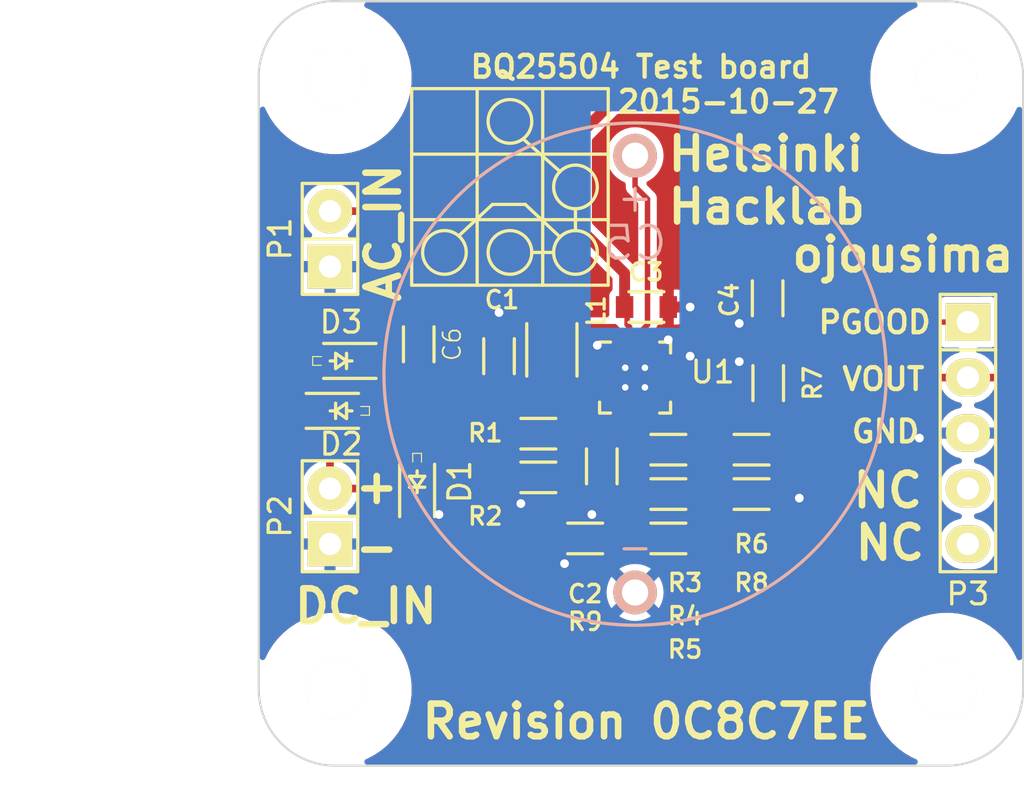
<source format=kicad_pcb>
(kicad_pcb (version 20221018) (generator pcbnew)
  (layers (0 "F.Cu" signal) (31 "B.Cu" signal) (34 "B.Paste" user) (35 "F.Paste" user) (36 "B.SilkS" user "B.Silkscreen") (37 "F.SilkS" user "F.Silkscreen") (38 "B.Mask" user) (39 "F.Mask" user) (44 "Edge.Cuts" user))
  (net 0 "")
  (net 1 "GND")
  (net 2 "/V_IN")
  (net 3 "/V_REF")
  (net 4 "/V_SYS")
  (net 5 "Net-(C5-Pad1)")
  (net 6 "Net-(L1-Pad2)")
  (net 7 "/V_OC_SAMP")
  (net 8 "/V_RDIV")
  (net 9 "/HYST")
  (net 10 "/VBUV")
  (net 11 "/VBOV")
  (net 12 "/PROG")
  (net 13 "/VBAT_OK")
  (net 14 "Net-(C6-Pad2)")
  (net 15 "Net-(C6-Pad1)")
  (footprint "footprints:SMD0603_A" (layer "F.Cu") (at 56 61.25 90)
    (fp_text reference "C1" (at 2.576 0.134 180) (layer "F.SilkS") (effects (font (size 0.8 0.8))))
    (fp_text value "C" hide)
    (fp_line (start -0.8 0.7) (end 0.8 0.7) (stroke (width 0.15)) (layer "F.SilkS"))
    (fp_line (start 0.8 -0.7) (end -0.8 -0.7) (stroke (width 0.15)) (layer "F.SilkS"))
    (pad "1" smd rect (at -1 0 90) (size 0.8 1) (layers "F.Cu" "F.Paste" "F.Mask") (net 2 "/V_IN"))
    (pad "2" smd rect (at 1 0 90) (size 0.8 1) (layers "F.Cu" "F.Paste" "F.Mask") (net 1 "GND"))
  )
  (footprint "footprints:SMD0603_A" (layer "F.Cu") (at 60.706 66.294 90)
    (fp_text reference "C2" (at -5.842 -0.762 180) (layer "F.SilkS") (effects (font (size 0.8 0.8))))
    (fp_text value "C" hide)
    (fp_line (start -0.8 0.7) (end 0.8 0.7) (stroke (width 0.15)) (layer "F.SilkS"))
    (fp_line (start 0.8 -0.7) (end -0.8 -0.7) (stroke (width 0.15)) (layer "F.SilkS"))
    (pad "1" smd rect (at -1 0 90) (size 0.8 1) (layers "F.Cu" "F.Paste" "F.Mask") (net 1 "GND"))
    (pad "2" smd rect (at 1 0 90) (size 0.8 1) (layers "F.Cu" "F.Paste" "F.Mask") (net 3 "/V_REF"))
  )
  (footprint "footprints:SMD0603_A" (layer "F.Cu") (at 62.75 59)
    (fp_text reference "C3" (at -0.012 -1.596) (layer "F.SilkS") (effects (font (size 0.8 0.8))))
    (fp_text value "C" hide)
    (fp_line (start -0.8 0.7) (end 0.8 0.7) (stroke (width 0.15)) (layer "F.SilkS"))
    (fp_line (start 0.8 -0.7) (end -0.8 -0.7) (stroke (width 0.15)) (layer "F.SilkS"))
    (pad "1" smd rect (at -1 0) (size 0.8 1) (layers "F.Cu" "F.Paste" "F.Mask") (net 4 "/V_SYS"))
    (pad "2" smd rect (at 1 0) (size 0.8 1) (layers "F.Cu" "F.Paste" "F.Mask") (net 1 "GND"))
  )
  (footprint "footprints:SMD0603_A" (layer "F.Cu") (at 68.3 58.6 -90)
    (fp_text reference "C4" (at 0.074 1.752 270) (layer "F.SilkS") (effects (font (size 0.8 0.8))))
    (fp_text value "C" hide)
    (fp_line (start -0.8 0.7) (end 0.8 0.7) (stroke (width 0.15)) (layer "F.SilkS"))
    (fp_line (start 0.8 -0.7) (end -0.8 -0.7) (stroke (width 0.15)) (layer "F.SilkS"))
    (pad "1" smd rect (at -1 0 270) (size 0.8 1) (layers "F.Cu" "F.Paste" "F.Mask") (net 4 "/V_SYS"))
    (pad "2" smd rect (at 1 0 270) (size 0.8 1) (layers "F.Cu" "F.Paste" "F.Mask") (net 1 "GND"))
  )
  (footprint "footprints:SMD1206_A" (layer "F.Cu") (at 58.42 60.96 90)
    (fp_text reference "L1" (at 1.778 2.032 90) (layer "F.SilkS") (effects (font (size 0.8 0.8))))
    (fp_text value "INDUCTOR_SMALL" hide)
    (fp_line (start -1.2 1.15) (end 1.2 1.15) (stroke (width 0.15)) (layer "F.SilkS"))
    (fp_line (start 1.2 -1.15) (end -1.2 -1.15) (stroke (width 0.15)) (layer "F.SilkS"))
    (pad "1" smd rect (at -1.4 0 90) (size 1.4 1.8) (layers "F.Cu" "F.Paste" "F.Mask") (net 2 "/V_IN"))
    (pad "2" smd rect (at 1.4 0 90) (size 1.4 1.8) (layers "F.Cu" "F.Paste" "F.Mask") (net 6 "Net-(L1-Pad2)"))
  )
  (footprint "footprints:Pin_Header_Straight_1x02" (layer "F.Cu") (at 48.26 55.88 90)
    (fp_text reference "P1" (at 0 -2.286 90) (layer "F.SilkS"))
    (fp_text value "CONN_01X02" hide)
    (fp_line (start -2.54 -1.27) (end -2.54 1.27) (stroke (width 0.15)) (layer "F.SilkS"))
    (fp_line (start -2.54 1.27) (end 0 1.27) (stroke (width 0.15)) (layer "F.SilkS"))
    (fp_line (start 0 -1.27) (end 0 1.27) (stroke (width 0.15)) (layer "F.SilkS"))
    (fp_line (start 0 1.27) (end 2.54 1.27) (stroke (width 0.15)) (layer "F.SilkS"))
    (fp_line (start 2.54 -1.27) (end -2.54 -1.27) (stroke (width 0.15)) (layer "F.SilkS"))
    (fp_line (start 2.54 1.27) (end 2.54 -1.27) (stroke (width 0.15)) (layer "F.SilkS"))
    (pad "1" thru_hole rect (at -1.27 0 90) (size 2.032 2.032) (drill 1.016) (layers "*.Cu" "*.Mask" "F.SilkS") (net 1 "GND"))
    (pad "2" thru_hole oval (at 1.27 0 90) (size 2.032 2.032) (drill 1.016) (layers "*.Cu" "*.Mask" "F.SilkS") (net 14 "Net-(C6-Pad2)"))
  )
  (footprint "footprints:Pin_Header_Straight_1x02" (layer "F.Cu") (at 48.26 68.58 90)
    (fp_text reference "P2" (at 0 -2.286 90) (layer "F.SilkS"))
    (fp_text value "CONN_01X02" hide)
    (fp_line (start -2.54 -1.27) (end -2.54 1.27) (stroke (width 0.15)) (layer "F.SilkS"))
    (fp_line (start -2.54 1.27) (end 0 1.27) (stroke (width 0.15)) (layer "F.SilkS"))
    (fp_line (start 0 -1.27) (end 0 1.27) (stroke (width 0.15)) (layer "F.SilkS"))
    (fp_line (start 0 1.27) (end 2.54 1.27) (stroke (width 0.15)) (layer "F.SilkS"))
    (fp_line (start 2.54 -1.27) (end -2.54 -1.27) (stroke (width 0.15)) (layer "F.SilkS"))
    (fp_line (start 2.54 1.27) (end 2.54 -1.27) (stroke (width 0.15)) (layer "F.SilkS"))
    (pad "1" thru_hole rect (at -1.27 0 90) (size 2.032 2.032) (drill 1.016) (layers "*.Cu" "*.Mask" "F.SilkS") (net 1 "GND"))
    (pad "2" thru_hole oval (at 1.27 0 90) (size 2.032 2.032) (drill 1.016) (layers "*.Cu" "*.Mask" "F.SilkS") (net 2 "/V_IN"))
  )
  (footprint "footprints:SMD0603_A" (layer "F.Cu") (at 57.8 64.8)
    (fp_text reference "R1" (at -2.428 -0.03) (layer "F.SilkS") (effects (font (size 0.8 0.8))))
    (fp_text value "R_Small" hide)
    (fp_line (start -0.8 0.7) (end 0.8 0.7) (stroke (width 0.15)) (layer "F.SilkS"))
    (fp_line (start 0.8 -0.7) (end -0.8 -0.7) (stroke (width 0.15)) (layer "F.SilkS"))
    (pad "1" smd rect (at -1 0) (size 0.8 1) (layers "F.Cu" "F.Paste" "F.Mask") (net 2 "/V_IN"))
    (pad "2" smd rect (at 1 0) (size 0.8 1) (layers "F.Cu" "F.Paste" "F.Mask") (net 7 "/V_OC_SAMP"))
  )
  (footprint "footprints:SMD0603_A" (layer "F.Cu") (at 57.8 66.8 180)
    (fp_text reference "R2" (at 2.428 -1.78 180) (layer "F.SilkS") (effects (font (size 0.8 0.8))))
    (fp_text value "R_Small" hide)
    (fp_line (start -0.8 0.7) (end 0.8 0.7) (stroke (width 0.15)) (layer "F.SilkS"))
    (fp_line (start 0.8 -0.7) (end -0.8 -0.7) (stroke (width 0.15)) (layer "F.SilkS"))
    (pad "1" smd rect (at -1 0 180) (size 0.8 1) (layers "F.Cu" "F.Paste" "F.Mask") (net 7 "/V_OC_SAMP"))
    (pad "2" smd rect (at 1 0 180) (size 0.8 1) (layers "F.Cu" "F.Paste" "F.Mask") (net 1 "GND"))
  )
  (footprint "footprints:SMD0603_A" (layer "F.Cu") (at 63.754 65.532)
    (fp_text reference "R3" (at 0.762 6.096) (layer "F.SilkS") (effects (font (size 0.8 0.8))))
    (fp_text value "R_Small" hide)
    (fp_line (start -0.8 0.7) (end 0.8 0.7) (stroke (width 0.15)) (layer "F.SilkS"))
    (fp_line (start 0.8 -0.7) (end -0.8 -0.7) (stroke (width 0.15)) (layer "F.SilkS"))
    (pad "1" smd rect (at -1 0) (size 0.8 1) (layers "F.Cu" "F.Paste" "F.Mask") (net 8 "/V_RDIV"))
    (pad "2" smd rect (at 1 0) (size 0.8 1) (layers "F.Cu" "F.Paste" "F.Mask") (net 9 "/HYST"))
  )
  (footprint "footprints:SMD0603_A" (layer "F.Cu") (at 63.754 67.564)
    (fp_text reference "R4" (at 0.762 5.588) (layer "F.SilkS") (effects (font (size 0.8 0.8))))
    (fp_text value "R_Small" hide)
    (fp_line (start -0.8 0.7) (end 0.8 0.7) (stroke (width 0.15)) (layer "F.SilkS"))
    (fp_line (start 0.8 -0.7) (end -0.8 -0.7) (stroke (width 0.15)) (layer "F.SilkS"))
    (pad "1" smd rect (at -1 0) (size 0.8 1) (layers "F.Cu" "F.Paste" "F.Mask") (net 8 "/V_RDIV"))
    (pad "2" smd rect (at 1 0) (size 0.8 1) (layers "F.Cu" "F.Paste" "F.Mask") (net 10 "/VBUV"))
  )
  (footprint "footprints:SMD0603_A" (layer "F.Cu") (at 63.754 69.596)
    (fp_text reference "R5" (at 0.762 5.08) (layer "F.SilkS") (effects (font (size 0.8 0.8))))
    (fp_text value "R_Small" hide)
    (fp_line (start -0.8 0.7) (end 0.8 0.7) (stroke (width 0.15)) (layer "F.SilkS"))
    (fp_line (start 0.8 -0.7) (end -0.8 -0.7) (stroke (width 0.15)) (layer "F.SilkS"))
    (pad "1" smd rect (at -1 0) (size 0.8 1) (layers "F.Cu" "F.Paste" "F.Mask") (net 8 "/V_RDIV"))
    (pad "2" smd rect (at 1 0) (size 0.8 1) (layers "F.Cu" "F.Paste" "F.Mask") (net 11 "/VBOV"))
  )
  (footprint "footprints:SMD0603_A" (layer "F.Cu") (at 67.564 65.532)
    (fp_text reference "R6" (at 0 4.318) (layer "F.SilkS") (effects (font (size 0.8 0.8))))
    (fp_text value "R_Small" hide)
    (fp_line (start -0.8 0.7) (end 0.8 0.7) (stroke (width 0.15)) (layer "F.SilkS"))
    (fp_line (start 0.8 -0.7) (end -0.8 -0.7) (stroke (width 0.15)) (layer "F.SilkS"))
    (pad "1" smd rect (at -1 0) (size 0.8 1) (layers "F.Cu" "F.Paste" "F.Mask") (net 9 "/HYST"))
    (pad "2" smd rect (at 1 0) (size 0.8 1) (layers "F.Cu" "F.Paste" "F.Mask") (net 12 "/PROG"))
  )
  (footprint "footprints:SMD0603_A" (layer "F.Cu") (at 68.326 62.484 90)
    (fp_text reference "R7" (at 0 2.032 90) (layer "F.SilkS") (effects (font (size 0.8 0.8))))
    (fp_text value "R_Small" hide)
    (fp_line (start -0.8 0.7) (end 0.8 0.7) (stroke (width 0.15)) (layer "F.SilkS"))
    (fp_line (start 0.8 -0.7) (end -0.8 -0.7) (stroke (width 0.15)) (layer "F.SilkS"))
    (pad "1" smd rect (at -1 0 90) (size 0.8 1) (layers "F.Cu" "F.Paste" "F.Mask") (net 12 "/PROG"))
    (pad "2" smd rect (at 1 0 90) (size 0.8 1) (layers "F.Cu" "F.Paste" "F.Mask") (net 1 "GND"))
  )
  (footprint "footprints:SMD0603_A" (layer "F.Cu") (at 67.564 67.564)
    (fp_text reference "R8" (at 0 4.064) (layer "F.SilkS") (effects (font (size 0.8 0.8))))
    (fp_text value "R_Small" hide)
    (fp_line (start -0.8 0.7) (end 0.8 0.7) (stroke (width 0.15)) (layer "F.SilkS"))
    (fp_line (start 0.8 -0.7) (end -0.8 -0.7) (stroke (width 0.15)) (layer "F.SilkS"))
    (pad "1" smd rect (at -1 0) (size 0.8 1) (layers "F.Cu" "F.Paste" "F.Mask") (net 10 "/VBUV"))
    (pad "2" smd rect (at 1 0) (size 0.8 1) (layers "F.Cu" "F.Paste" "F.Mask") (net 1 "GND"))
  )
  (footprint "footprints:SMD0603_A" (layer "F.Cu") (at 59.944 69.596 180)
    (fp_text reference "R9" (at 0 -3.81 180) (layer "F.SilkS") (effects (font (size 0.8 0.8))))
    (fp_text value "R_Small" hide)
    (fp_line (start -0.8 0.7) (end 0.8 0.7) (stroke (width 0.15)) (layer "F.SilkS"))
    (fp_line (start 0.8 -0.7) (end -0.8 -0.7) (stroke (width 0.15)) (layer "F.SilkS"))
    (pad "1" smd rect (at -1 0 180) (size 0.8 1) (layers "F.Cu" "F.Paste" "F.Mask") (net 11 "/VBOV"))
    (pad "2" smd rect (at 1 0 180) (size 0.8 1) (layers "F.Cu" "F.Paste" "F.Mask") (net 1 "GND"))
  )
  (footprint "footprints:QFN-16-1EP_3x3mm_Pitch0.5mm" (layer "F.Cu") (at 62.23 62.23)
    (fp_text reference "U1" (at 3.556 -0.254) (layer "F.SilkS"))
    (fp_text value "BQ25504")
    (fp_line (start -1.625 -1.625) (end -1.125 -1.625) (stroke (width 0.15)) (layer "F.SilkS"))
    (fp_line (start -1.625 1.625) (end -1.625 1.125) (stroke (width 0.15)) (layer "F.SilkS"))
    (fp_line (start -1.625 1.625) (end -1.125 1.625) (stroke (width 0.15)) (layer "F.SilkS"))
    (fp_line (start 1.625 -1.625) (end 1.125 -1.625) (stroke (width 0.15)) (layer "F.SilkS"))
    (fp_line (start 1.625 -1.625) (end 1.625 -1.125) (stroke (width 0.15)) (layer "F.SilkS"))
    (fp_line (start 1.625 1.625) (end 1.125 1.625) (stroke (width 0.15)) (layer "F.SilkS"))
    (fp_line (start 1.625 1.625) (end 1.625 1.125) (stroke (width 0.15)) (layer "F.SilkS"))
    (pad "1" smd oval (at -1.475 -0.75) (size 0.75 0.3) (layers "F.Cu" "F.Paste" "F.Mask") (net 1 "GND"))
    (pad "2" smd oval (at -1.475 -0.25) (size 0.75 0.3) (layers "F.Cu" "F.Paste" "F.Mask") (net 2 "/V_IN"))
    (pad "3" smd oval (at -1.475 0.25) (size 0.75 0.3) (layers "F.Cu" "F.Paste" "F.Mask") (net 7 "/V_OC_SAMP"))
    (pad "4" smd oval (at -1.475 0.75) (size 0.75 0.3) (layers "F.Cu" "F.Paste" "F.Mask") (net 3 "/V_REF"))
    (pad "5" smd oval (at -0.75 1.475 90) (size 0.75 0.3) (layers "F.Cu" "F.Paste" "F.Mask") (net 4 "/V_SYS"))
    (pad "6" smd oval (at -0.25 1.475 90) (size 0.75 0.3) (layers "F.Cu" "F.Paste" "F.Mask") (net 11 "/VBOV"))
    (pad "7" smd oval (at 0.25 1.475 90) (size 0.75 0.3) (layers "F.Cu" "F.Paste" "F.Mask") (net 8 "/V_RDIV"))
    (pad "8" smd oval (at 0.75 1.475 90) (size 0.75 0.3) (layers "F.Cu" "F.Paste" "F.Mask") (net 10 "/VBUV"))
    (pad "9" smd oval (at 1.475 0.75) (size 0.75 0.3) (layers "F.Cu" "F.Paste" "F.Mask") (net 9 "/HYST"))
    (pad "10" smd oval (at 1.475 0.25) (size 0.75 0.3) (layers "F.Cu" "F.Paste" "F.Mask") (net 12 "/PROG"))
    (pad "11" smd oval (at 1.475 -0.25) (size 0.75 0.3) (layers "F.Cu" "F.Paste" "F.Mask") (net 13 "/VBAT_OK"))
    (pad "12" smd oval (at 1.475 -0.75) (size 0.75 0.3) (layers "F.Cu" "F.Paste" "F.Mask") (net 1 "GND"))
    (pad "13" smd oval (at 0.75 -1.475 90) (size 0.75 0.3) (layers "F.Cu" "F.Paste" "F.Mask") (net 1 "GND"))
    (pad "14" smd oval (at 0.25 -1.475 90) (size 0.75 0.3) (layers "F.Cu" "F.Paste" "F.Mask") (net 5 "Net-(C5-Pad1)"))
    (pad "15" smd oval (at -0.25 -1.475 90) (size 0.75 0.3) (layers "F.Cu" "F.Paste" "F.Mask") (net 4 "/V_SYS"))
    (pad "16" smd oval (at -0.75 -1.475 90) (size 0.75 0.3) (layers "F.Cu" "F.Paste" "F.Mask") (net 6 "Net-(L1-Pad2)"))
    (pad "17" smd rect (at -0.45 -0.45) (size 0.9 0.9) (layers "F.Cu" "F.Paste" "F.Mask") (net 1 "GND"))
    (pad "17" smd rect (at -0.45 0.45) (size 0.9 0.9) (layers "F.Cu" "F.Paste" "F.Mask") (net 1 "GND"))
    (pad "17" smd rect (at 0.45 -0.45) (size 0.9 0.9) (layers "F.Cu" "F.Paste" "F.Mask") (net 1 "GND"))
    (pad "17" smd rect (at 0.45 0.45) (size 0.9 0.9) (layers "F.Cu" "F.Paste" "F.Mask") (net 1 "GND"))
  )
  (footprint "footprints:SOD-323-A" (layer "F.Cu") (at 52.25 67 90)
    (fp_text reference "D1" (at 0 1.95 90) (layer "F.SilkS"))
    (fp_text value "TVS")
    (fp_line (start -1.6 -0.8) (end 0.8 -0.8) (stroke (width 0.15)) (layer "F.SilkS"))
    (fp_line (start -1.6 0.8) (end 0.8 0.8) (stroke (width 0.15)) (layer "F.SilkS"))
    (fp_line (start -0.25 -0.35) (end -0.25 0.35) (stroke (width 0.15)) (layer "F.SilkS"))
    (fp_line (start -0.25 0) (end -0.5 0) (stroke (width 0.15)) (layer "F.SilkS"))
    (fp_line (start -0.25 0) (end 0.25 -0.35) (stroke (width 0.15)) (layer "F.SilkS"))
    (fp_line (start 0.25 -0.35) (end 0.25 0.35) (stroke (width 0.15)) (layer "F.SilkS"))
    (fp_line (start 0.25 0) (end 0.5 0) (stroke (width 0.15)) (layer "F.SilkS"))
    (fp_line (start 0.25 0.35) (end -0.25 0) (stroke (width 0.15)) (layer "F.SilkS"))
    (fp_line (start 0.9 -0.2) (end 1.3 -0.2) (stroke (width 0.05)) (layer "F.SilkS"))
    (fp_line (start 1.3 -0.2) (end 1.3 0.2) (stroke (width 0.05)) (layer "F.SilkS"))
    (fp_line (start 1.3 0.2) (end 0.9 0.2) (stroke (width 0.05)) (layer "F.SilkS"))
    (pad "1" smd rect (at -1.3 0 90) (size 1 0.55) (layers "F.Cu" "F.Paste" "F.Mask") (net 1 "GND"))
    (pad "2" smd rect (at 1.3 0 90) (size 1 0.55) (layers "F.Cu" "F.Paste" "F.Mask") (net 2 "/V_IN"))
  )
  (footprint "footprints:Pin_Header_Straight_1x05" (layer "F.Cu") (at 77.47 64.77 -90)
    (fp_text reference "P3" (at 7.366 0) (layer "F.SilkS"))
    (fp_text value "CONN_01X03" hide)
    (fp_line (start -6.35 -1.27) (end -6.35 1.27) (stroke (width 0.15)) (layer "F.SilkS"))
    (fp_line (start -6.35 -1.27) (end -3.81 -1.27) (stroke (width 0.15)) (layer "F.SilkS"))
    (fp_line (start -6.35 1.27) (end -3.81 1.27) (stroke (width 0.15)) (layer "F.SilkS"))
    (fp_line (start -3.81 -1.27) (end -3.81 1.27) (stroke (width 0.15)) (layer "F.SilkS"))
    (fp_line (start -3.81 -1.27) (end 6.35 -1.27) (stroke (width 0.15)) (layer "F.SilkS"))
    (fp_line (start 6.35 -1.27) (end 6.35 1.27) (stroke (width 0.15)) (layer "F.SilkS"))
    (fp_line (start 6.35 1.27) (end -3.81 1.27) (stroke (width 0.15)) (layer "F.SilkS"))
    (pad "1" thru_hole rect (at -5.08 0 270) (size 1.7272 2.032) (drill 1.016) (layers "*.Cu" "*.Mask" "F.SilkS") (net 13 "/VBAT_OK"))
    (pad "2" thru_hole oval (at -2.54 0 270) (size 1.7272 2.032) (drill 1.016) (layers "*.Cu" "*.Mask" "F.SilkS") (net 4 "/V_SYS"))
    (pad "3" thru_hole oval (at 0 0 270) (size 1.7272 2.032) (drill 1.016) (layers "*.Cu" "*.Mask" "F.SilkS") (net 1 "GND"))
    (pad "4" thru_hole oval (at 2.54 0 270) (size 1.7272 2.032) (drill 1.016) (layers "*.Cu" "*.Mask" "F.SilkS"))
    (pad "5" thru_hole oval (at 5.08 0 270) (size 1.7272 2.032) (drill 1.016) (layers "*.Cu" "*.Mask" "F.SilkS"))
  )
  (footprint "footprints:m2.5_mechanical_npth_mount" (layer "F.Cu") (at 48.5 48.25)
    (fp_text reference "NC1" hide)
    (fp_text value "Mounting_hole" hide)
    (pad "" np_thru_hole circle (at 0 0.25) (size 2.75 2.75) (drill 2.75) (layers "*.Cu" "*.Mask" "F.SilkS") (clearance 2.125))
  )
  (footprint "footprints:m2.5_mechanical_npth_mount" (layer "F.Cu") (at 76.5 48.5)
    (fp_text reference "NC2" hide)
    (fp_text value "Mounting_hole" hide)
    (pad "" np_thru_hole circle (at 0 0) (size 2.75 2.75) (drill 2.75) (layers "*.Cu" "*.Mask" "F.SilkS") (clearance 2.125))
  )
  (footprint "footprints:m2.5_mechanical_npth_mount" (layer "F.Cu") (at 76.5 76.5)
    (fp_text reference "NC3" hide)
    (fp_text value "Mounting_hole" hide)
    (pad "" np_thru_hole circle (at 0 0) (size 2.75 2.75) (drill 2.75) (layers "*.Cu" "*.Mask" "F.SilkS") (clearance 2.125))
  )
  (footprint "footprints:m2.5_mechanical_npth_mount" (layer "F.Cu") (at 48.5 76.5)
    (fp_text reference "NC4" hide)
    (fp_text value "Mounting_hole" hide)
    (pad "" np_thru_hole circle (at 0 0) (size 2.75 2.75) (drill 2.75) (layers "*.Cu" "*.Mask" "F.SilkS") (clearance 2.125))
  )
  (footprint "footprints:SMD0603_A" (layer "F.Cu") (at 52.324 60.706 90)
    (fp_text reference "C6" (at 0 1.524 90) (layer "F.SilkS") (effects (font (size 0.8 0.8) (thickness 0.08))))
    (fp_text value "C" hide)
    (fp_line (start -0.8 0.7) (end 0.8 0.7) (stroke (width 0.15)) (layer "F.SilkS"))
    (fp_line (start 0.8 -0.7) (end -0.8 -0.7) (stroke (width 0.15)) (layer "F.SilkS"))
    (pad "1" smd rect (at -1 0 90) (size 0.8 1) (layers "F.Cu" "F.Paste" "F.Mask") (net 15 "Net-(C6-Pad1)"))
    (pad "2" smd rect (at 1 0 90) (size 0.8 1) (layers "F.Cu" "F.Paste" "F.Mask") (net 14 "Net-(C6-Pad2)"))
  )
  (footprint "footprints:SOD-323-A" (layer "F.Cu") (at 48.768 63.754)
    (fp_text reference "D2" (at 0 1.524) (layer "F.SilkS"))
    (fp_text value "D_Schottky")
    (fp_line (start -1.6 -0.8) (end 0.8 -0.8) (stroke (width 0.15)) (layer "F.SilkS"))
    (fp_line (start -1.6 0.8) (end 0.8 0.8) (stroke (width 0.15)) (layer "F.SilkS"))
    (fp_line (start -0.25 -0.35) (end -0.25 0.35) (stroke (width 0.15)) (layer "F.SilkS"))
    (fp_line (start -0.25 0) (end -0.5 0) (stroke (width 0.15)) (layer "F.SilkS"))
    (fp_line (start -0.25 0) (end 0.25 -0.35) (stroke (width 0.15)) (layer "F.SilkS"))
    (fp_line (start 0.25 -0.35) (end 0.25 0.35) (stroke (width 0.15)) (layer "F.SilkS"))
    (fp_line (start 0.25 0) (end 0.5 0) (stroke (width 0.15)) (layer "F.SilkS"))
    (fp_line (start 0.25 0.35) (end -0.25 0) (stroke (width 0.15)) (layer "F.SilkS"))
    (fp_line (start 0.9 -0.2) (end 1.3 -0.2) (stroke (width 0.05)) (layer "F.SilkS"))
    (fp_line (start 1.3 -0.2) (end 1.3 0.2) (stroke (width 0.05)) (layer "F.SilkS"))
    (fp_line (start 1.3 0.2) (end 0.9 0.2) (stroke (width 0.05)) (layer "F.SilkS"))
    (pad "1" smd rect (at -1.3 0) (size 1 0.55) (layers "F.Cu" "F.Paste" "F.Mask") (net 2 "/V_IN"))
    (pad "2" smd rect (at 1.3 0) (size 1 0.55) (layers "F.Cu" "F.Paste" "F.Mask") (net 15 "Net-(C6-Pad1)"))
  )
  (footprint "footprints:SOD-323-A" (layer "F.Cu") (at 48.768 61.468 180)
    (fp_text reference "D3" (at 0 1.778 180) (layer "F.SilkS"))
    (fp_text value "D_Schottky")
    (fp_line (start -1.6 -0.8) (end 0.8 -0.8) (stroke (width 0.15)) (layer "F.SilkS"))
    (fp_line (start -1.6 0.8) (end 0.8 0.8) (stroke (width 0.15)) (layer "F.SilkS"))
    (fp_line (start -0.25 -0.35) (end -0.25 0.35) (stroke (width 0.15)) (layer "F.SilkS"))
    (fp_line (start -0.25 0) (end -0.5 0) (stroke (width 0.15)) (layer "F.SilkS"))
    (fp_line (start -0.25 0) (end 0.25 -0.35) (stroke (width 0.15)) (layer "F.SilkS"))
    (fp_line (start 0.25 -0.35) (end 0.25 0.35) (stroke (width 0.15)) (layer "F.SilkS"))
    (fp_line (start 0.25 0) (end 0.5 0) (stroke (width 0.15)) (layer "F.SilkS"))
    (fp_line (start 0.25 0.35) (end -0.25 0) (stroke (width 0.15)) (layer "F.SilkS"))
    (fp_line (start 0.9 -0.2) (end 1.3 -0.2) (stroke (width 0.05)) (layer "F.SilkS"))
    (fp_line (start 1.3 -0.2) (end 1.3 0.2) (stroke (width 0.05)) (layer "F.SilkS"))
    (fp_line (start 1.3 0.2) (end 0.9 0.2) (stroke (width 0.05)) (layer "F.SilkS"))
    (pad "1" smd rect (at -1.3 0 180) (size 1 0.55) (layers "F.Cu" "F.Paste" "F.Mask") (net 15 "Net-(C6-Pad1)"))
    (pad "2" smd rect (at 1.3 0 180) (size 1 0.55) (layers "F.Cu" "F.Paste" "F.Mask") (net 1 "GND"))
  )
  (footprint "footprints:EECRG0V155HN" (layer "B.Cu") (at 62.23 52.07 180)
    (fp_text reference "C5" (at 0 -4 180) (layer "B.SilkS") (effects (font (size 1.5 1.5)) (justify mirror)))
    (fp_text value "EECRG0V155(V|H)N")
    (fp_line (start -0.5 -2) (end 0.5 -2) (stroke (width 0.15)) (layer "B.SilkS"))
    (fp_line (start 0 -1.5) (end 0 -2.5) (stroke (width 0.15)) (layer "B.SilkS"))
    (fp_line (start 0.5 -18) (end -0.5 -18) (stroke (width 0.15)) (layer "B.SilkS"))
    (fp_circle (center 0 -10) (end 11.5 -10) (stroke (width 0.15)) (fill none) (layer "B.SilkS"))
    (pad "1" thru_hole circle (at 0 0 180) (size 2 2) (drill 1.2) (layers "*.Cu" "*.Mask" "B.SilkS") (net 5 "Net-(C5-Pad1)"))
    (pad "2" thru_hole circle (at 0 -20 180) (size 2 2) (drill 1.2) (layers "*.Cu" "*.Mask" "B.SilkS") (net 1 "GND"))
  )
  (gr_line (start 59.5 54.5) (end 59.5 55.5) (stroke (width 0.15)) (layer "F.SilkS"))
  (gr_line (start 61 49) (end 52 49) (stroke (width 0.15)) (layer "F.SilkS"))
  (gr_line (start 55 49) (end 55 58) (stroke (width 0.15)) (layer "F.SilkS"))
  (gr_line (start 58 58) (end 58 49) (stroke (width 0.15)) (layer "F.SilkS"))
  (gr_line (start 61 58) (end 61 49) (stroke (width 0.15)) (layer "F.SilkS"))
  (gr_circle (center 56.5 50.5) (end 57.5 50.5) (stroke (width 0.15)) (fill none) (layer "F.SilkS"))
  (gr_line (start 52 58) (end 61 58) (stroke (width 0.15)) (layer "F.SilkS"))
  (gr_line (start 57.1 51.3) (end 58.8 52.8) (stroke (width 0.15)) (layer "F.SilkS"))
  (gr_line (start 61 52) (end 52 52) (stroke (width 0.15)) (layer "F.SilkS"))
  (gr_circle (center 59.5 53.5) (end 59.5 52.5) (stroke (width 0.15)) (fill none) (layer "F.SilkS"))
  (gr_line (start 57.5 56.5) (end 58.5 56.5) (stroke (width 0.15)) (layer "F.SilkS"))
  (gr_line (start 54.2 55.7) (end 55.7 54.3) (stroke (width 0.15)) (layer "F.SilkS"))
  (gr_circle (center 53.5 56.5) (end 54.5 56.5) (stroke (width 0.15)) (fill none) (layer "F.SilkS"))
  (gr_line (start 52 49) (end 52 58) (stroke (width 0.15)) (layer "F.SilkS"))
  (gr_line (start 55.7 54.3) (end 57.2 54.3) (stroke (width 0.15)) (layer "F.SilkS"))
  (gr_circle (center 56.5 56.5) (end 57.5 56.5) (stroke (width 0.15)) (fill none) (layer "F.SilkS"))
  (gr_circle (center 59.5 56.5) (end 60.5 56.5) (stroke (width 0.15)) (fill none) (layer "F.SilkS"))
  (gr_line (start 52 55) (end 61 55) (stroke (width 0.15)) (layer "F.SilkS"))
  (gr_line (start 57.2 54.3) (end 58.8 55.8) (stroke (width 0.15)) (layer "F.SilkS"))
  (gr_line (start 80 76.5) (end 80 48.5) (stroke (width 0.1)) (layer "Edge.Cuts"))
  (gr_arc (start 76.5 45) (mid 78.974874 46.025126) (end 80 48.5) (stroke (width 0.1)) (layer "Edge.Cuts"))
  (gr_line (start 76.5 45) (end 48.75 45) (stroke (width 0.1)) (layer "Edge.Cuts"))
  (gr_line (start 45 48.25) (end 45 76.5) (stroke (width 0.1)) (layer "Edge.Cuts"))
  (gr_arc (start 80 76.5) (mid 78.974874 78.974874) (end 76.5 80) (stroke (width 0.1)) (layer "Edge.Cuts"))
  (gr_line (start 48.5 80) (end 76.5 80) (stroke (width 0.1)) (layer "Edge.Cuts"))
  (gr_arc (start 48.5 80) (mid 46.025126 78.974874) (end 45 76.5) (stroke (width 0.1)) (layer "Edge.Cuts"))
  (gr_arc (start 45 48.25) (mid 46.201903 45.84835) (end 48.75 45) (stroke (width 0.1)) (layer "Edge.Cuts"))
  (gr_text "ojousima" (at 74.5 56.6) (layer "F.SilkS") (effects (font (size 1.5 1.5) (thickness 0.3))))
  (gr_text "2015-10-27" (at 66.5 49.6) (layer "F.SilkS") (effects (font (size 1 1) (thickness 0.2))))
  (gr_text "+" (at 50.4 67.2) (layer "F.SilkS") (effects (font (size 1.5 1.5) (thickness 0.3))))
  (gr_text "NC" (at 73.9 69.8) (layer "F.SilkS") (effects (font (size 1.5 1.5) (thickness 0.3))))
  (gr_text "NC" (at 73.8 67.4) (layer "F.SilkS") (effects (font (size 1.5 1.5) (thickness 0.3))))
  (gr_text "Revision 0C8C7EE" (at 62.738 77.978) (layer "F.SilkS") (effects (font (size 1.5 1.5) (thickness 0.3))))
  (gr_text "BQ25504 Test board" (at 62.5 48) (layer "F.SilkS") (effects (font (size 1 1) (thickness 0.2))))
  (gr_text "-" (at 50.4 70) (layer "F.SilkS") (effects (font (size 1.5 1.5) (thickness 0.3))))
  (gr_text "DC_IN" (at 49.9 72.7) (layer "F.SilkS") (effects (font (size 1.5 1.5) (thickness 0.3))))
  (gr_text "Helsinki  \nHacklab" (at 63.6 53.2) (layer "F.SilkS") (effects (font (size 1.5 1.5) (thickness 0.3)) (justify left)))
  (gr_text "AC_IN" (at 50.7 55.6 90) (layer "F.SilkS") (effects (font (size 1.5 1.5) (thickness 0.3))))
  (gr_text "VOUT" (at 73.6 62.3) (layer "F.SilkS") (effects (font (size 1 1) (thickness 0.2))))
  (gr_text "PGOOD" (at 73.2 59.7) (layer "F.SilkS") (effects (font (size 1 1) (thickness 0.2))))
  (gr_text "GND" (at 73.7 64.7) (layer "F.SilkS") (effects (font (size 1 1) (thickness 0.2))))
  (segment (start 48.26 59.182) (end 47.468 59.974) (width 0.35) (layer "F.Cu") (net 1))
  (segment (start 47.468 59.974) (end 47.468 61.468) (width 0.35) (layer "F.Cu") (net 1))
  (segment (start 62.98 60.755) (end 63.495 60.755) (width 0.25) (layer "F.Cu") (net 1))
  (segment (start 75.48 64.77) (end 75.25 65) (width 0.35) (layer "F.Cu") (net 1))
  (segment (start 60.755 61.005) (end 60.5 60.75) (width 0.25) (layer "F.Cu") (net 1))
  (segment (start 58.944 69.596) (end 58.944 70.694) (width 0.35) (layer "F.Cu") (net 1))
  (segment (start 63.75 59) (end 64.75 59) (width 0.25) (layer "F.Cu") (net 1))
  (segment (start 77.47 64.77) (end 75.48 64.77) (width 0.35) (layer "F.Cu") (net 1))
  (segment (start 56 60.25) (end 56 59.25) (width 0.25) (layer "F.Cu") (net 1))
  (segment (start 63.705 61.48) (end 64.52 61.48) (width 0.25) (layer "F.Cu") (net 1))
  (segment (start 60.755 61.48) (end 60.755 61.005) (width 0.25) (layer "F.Cu") (net 1))
  (segment (start 68.564 67.564) (end 69.564 67.564) (width 0.25) (layer "F.Cu") (net 1))
  (segment (start 67.016 61.484) (end 67 61.5) (width 0.25) (layer "F.Cu") (net 1))
  (segment (start 69.564 67.564) (end 69.75 67.75) (width 0.25) (layer "F.Cu") (net 1))
  (segment (start 56.8 67.8) (end 57 68) (width 0.35) (layer "F.Cu") (net 1))
  (segment (start 58.944 70.694) (end 59 70.75) (width 0.35) (layer "F.Cu") (net 1))
  (segment (start 60.706 67.294) (end 60.706 68.044) (width 0.35) (layer "F.Cu") (net 1))
  (segment (start 52.25 68.3) (end 53.05 68.3) (width 0.35) (layer "F.Cu") (net 1))
  (segment (start 67.15 59.6) (end 67 59.75) (width 0.25) (layer "F.Cu") (net 1))
  (segment (start 68.326 61.484) (end 67.016 61.484) (width 0.25) (layer "F.Cu") (net 1))
  (segment (start 63.495 60.755) (end 63.75 60.5) (width 0.25) (layer "F.Cu") (net 1))
  (segment (start 56.8 66.8) (end 56.8 67.8) (width 0.35) (layer "F.Cu") (net 1))
  (segment (start 60.706 68.044) (end 60.25 68.5) (width 0.35) (layer "F.Cu") (net 1))
  (segment (start 64.52 61.48) (end 64.75 61.25) (width 0.25) (layer "F.Cu") (net 1))
  (segment (start 48.26 57.15) (end 48.26 59.182) (width 0.35) (layer "F.Cu") (net 1))
  (segment (start 53.05 68.3) (end 53.25 68.5) (width 0.35) (layer "F.Cu") (net 1))
  (segment (start 68.3 59.6) (end 67.15 59.6) (width 0.25) (layer "F.Cu") (net 1))
  (via (at 67 59.75) (size 0.6) (drill 0.4) (layers "F.Cu" "B.Cu") (net 1))
  (via (at 64.75 61.25) (size 0.6) (drill 0.4) (layers "F.Cu" "B.Cu") (net 1))
  (via (at 62.68 61.78) (size 0.7) (drill 0.3) (layers "F.Cu" "B.Cu") (net 1))
  (via (at 64.75 59) (size 0.6) (drill 0.4) (layers "F.Cu" "B.Cu") (net 1))
  (via (at 53.25 68.5) (size 0.6) (drill 0.4) (layers "F.Cu" "B.Cu") (net 1))
  (via (at 61.78 62.68) (size 0.7) (drill 0.3) (layers "F.Cu" "B.Cu") (net 1))
  (via (at 62.68 62.68) (size 0.7) (drill 0.3) (layers "F.Cu" "B.Cu") (net 1))
  (via (at 63.75 60.5) (size 0.6) (drill 0.4) (layers "F.Cu" "B.Cu") (net 1))
  (via (at 61.78 61.78) (size 0.7) (drill 0.3) (layers "F.Cu" "B.Cu") (net 1))
  (via (at 60.5 60.75) (size 0.6) (drill 0.4) (layers "F.Cu" "B.Cu") (net 1))
  (via (at 69.75 67.75) (size 0.6) (drill 0.4) (layers "F.Cu" "B.Cu") (net 1))
  (via (at 67 61.5) (size 0.6) (drill 0.4) (layers "F.Cu" "B.Cu") (net 1))
  (via (at 59 70.75) (size 0.6) (drill 0.4) (layers "F.Cu" "B.Cu") (net 1))
  (via (at 75.25 65) (size 0.6) (drill 0.4) (layers "F.Cu" "B.Cu") (net 1))
  (via (at 56 59.25) (size 0.6) (drill 0.4) (layers "F.Cu" "B.Cu") (net 1))
  (via (at 60.25 68.5) (size 0.6) (drill 0.4) (layers "F.Cu" "B.Cu") (net 1))
  (via (at 57 68) (size 0.6) (drill 0.4) (layers "F.Cu" "B.Cu") (net 1))
  (segment (start 47.468 64.994) (end 48.26 65.786) (width 0.35) (layer "F.Cu") (net 2))
  (segment (start 48.26 65.786) (end 48.26 67.31) (width 0.35) (layer "F.Cu") (net 2))
  (segment (start 56.8 64.8) (end 56.15 64.8) (width 0.35) (layer "F.Cu") (net 2))
  (segment (start 56 62.25) (end 56 63) (width 0.35) (layer "F.Cu") (net 2))
  (segment (start 53.55 63.27) (end 53.55 64.12) (width 0.35) (layer "F.Cu") (net 2))
  (segment (start 57.04 62.36) (end 58.42 62.36) (width 0.35) (layer "F.Cu") (net 2))
  (segment (start 49.69684 67.31) (end 49.75684 67.25) (width 0.35) (layer "F.Cu") (net 2))
  (segment (start 54.286933 64.786933) (end 54.286933 65.5) (width 0.35) (layer "F.Cu") (net 2))
  (segment (start 55.73 63.27) (end 53.55 63.27) (width 0.35) (layer "F.Cu") (net 2))
  (segment (start 49.75684 67.25) (end 50.808283 67.25) (width 0.35) (layer "F.Cu") (net 2))
  (segment (start 48.26 67.31) (end 49.69684 67.31) (width 0.35) (layer "F.Cu") (net 2))
  (segment (start 55.9 65.3) (end 55.7 65.5) (width 0.35) (layer "F.Cu") (net 2))
  (segment (start 56.85 62.25) (end 57 62.4) (width 0.35) (layer "F.Cu") (net 2))
  (segment (start 53.82 64.32) (end 54.286933 64.786933) (width 0.35) (layer "F.Cu") (net 2))
  (segment (start 60.755 61.98) (end 60.02 61.98) (width 0.25) (layer "F.Cu") (net 2))
  (segment (start 56.15 64.8) (end 55.9 65.05) (width 0.35) (layer "F.Cu") (net 2))
  (segment (start 55.9 65.05) (end 55.9 65.3) (width 0.35) (layer "F.Cu") (net 2))
  (segment (start 53.75 64.32) (end 53.82 64.32) (width 0.35) (layer "F.Cu") (net 2))
  (segment (start 55.7 65.5) (end 54.9 65.5) (width 0.35) (layer "F.Cu") (net 2))
  (segment (start 53.55 64.12) (end 53.75 64.32) (width 0.35) (layer "F.Cu") (net 2))
  (segment (start 53.75 65.5) (end 54.286933 65.5) (width 0.35) (layer "F.Cu") (net 2))
  (segment (start 51.75 67.25) (end 52.25 66.75) (width 0.35) (layer "F.Cu") (net 2))
  (segment (start 54.286933 65.5) (end 54.9 65.5) (width 0.35) (layer "F.Cu") (net 2))
  (segment (start 60.02 61.98) (end 59.64 62.36) (width 0.25) (layer "F.Cu") (net 2))
  (segment (start 50.808283 67.25) (end 51.75 67.25) (width 0.35) (layer "F.Cu") (net 2))
  (segment (start 47.468 63.754) (end 47.468 64.994) (width 0.35) (layer "F.Cu") (net 2))
  (segment (start 57 62.4) (end 57.04 62.36) (width 0.35) (layer "F.Cu") (net 2))
  (segment (start 52.25 65.7) (end 53.55 65.7) (width 0.35) (layer "F.Cu") (net 2))
  (segment (start 59.64 62.36) (end 58.42 62.36) (width 0.25) (layer "F.Cu") (net 2))
  (segment (start 56 62.25) (end 56.85 62.25) (width 0.35) (layer "F.Cu") (net 2))
  (segment (start 56 63) (end 55.73 63.27) (width 0.35) (layer "F.Cu") (net 2))
  (segment (start 53.55 65.7) (end 53.75 65.5) (width 0.35) (layer "F.Cu") (net 2))
  (segment (start 52.25 66.75) (end 52.25 65.7) (width 0.35) (layer "F.Cu") (net 2))
  (segment (start 60.755 62.98) (end 60.755 65.245) (width 0.25) (layer "F.Cu") (net 3))
  (segment (start 60.755 65.245) (end 60.706 65.294) (width 0.25) (layer "F.Cu") (net 3))
  (segment (start 61.75 57.45) (end 59.7 55.4) (width 0.5) (layer "F.Cu") (net 4))
  (segment (start 59.7 55.4) (end 59.7 51.1) (width 0.5) (layer "F.Cu") (net 4))
  (segment (start 59.7 51.1) (end 61.2 49.6) (width 0.5) (layer "F.Cu") (net 4))
  (segment (start 61.2 49.6) (end 65.8 49.6) (width 0.5) (layer "F.Cu") (net 4))
  (segment (start 65.8 49.6) (end 68.3 52.1) (width 0.5) (layer "F.Cu") (net 4))
  (segment (start 68.3 52.1) (end 68.3 57.6) (width 0.5) (layer "F.Cu") (net 4))
  (segment (start 59.436 67.564) (end 57.912 69.088) (width 0.2) (layer "F.Cu") (net 4))
  (segment (start 78.25 57.75) (end 79 58.5) (width 0.35) (layer "F.Cu") (net 4))
  (segment (start 71.882 68.834) (end 71.882 64.77) (width 0.35) (layer "F.Cu") (net 4))
  (segment (start 58.674 73.914) (end 66.802 73.914) (width 0.35) (layer "F.Cu") (net 4))
  (segment (start 61.601001 65.803001) (end 61.110002 66.294) (width 0.2) (layer "F.Cu") (net 4))
  (segment (start 74.422 62.23) (end 77.47 62.23) (width 0.35) (layer "F.Cu") (net 4))
  (segment (start 57.912 73.152) (end 58.674 73.914) (width 0.35) (layer "F.Cu") (net 4))
  (segment (start 61.48 64.40277) (end 61.601001 64.523771) (width 0.2) (layer "F.Cu") (net 4))
  (segment (start 61.865 59.805) (end 61.98 59.92) (width 0.25) (layer "F.Cu") (net 4))
  (segment (start 59.69 66.905998) (end 59.69 67.564) (width 0.2) (layer "F.Cu") (net 4))
  (segment (start 60.301998 66.294) (end 59.69 66.905998) (width 0.2) (layer "F.Cu") (net 4))
  (segment (start 68.3 57.6) (end 69.15 57.6) (width 0.35) (layer "F.Cu") (net 4))
  (segment (start 61.865 59.055) (end 61.865 59.805) (width 0.25) (layer "F.Cu") (net 4))
  (segment (start 71.882 64.77) (end 74.422 62.23) (width 0.35) (layer "F.Cu") (net 4))
  (segment (start 79 58.5) (end 79 62.066) (width 0.35) (layer "F.Cu") (net 4))
  (segment (start 59.69 67.564) (end 59.436 67.564) (width 0.2) (layer "F.Cu") (net 4))
  (segment (start 61.110002 66.294) (end 60.301998 66.294) (width 0.2) (layer "F.Cu") (net 4))
  (segment (start 61.75 59) (end 61.75 57.45) (width 0.5) (layer "F.Cu") (net 4))
  (segment (start 66.802 73.914) (end 71.882 68.834) (width 0.35) (layer "F.Cu") (net 4))
  (segment (start 61.98 59.92) (end 61.98 60.755) (width 0.25) (layer "F.Cu") (net 4))
  (segment (start 79 62.066) (end 78.836 62.23) (width 0.35) (layer "F.Cu") (net 4))
  (segment (start 69.3 57.75) (end 78.25 57.75) (width 0.35) (layer "F.Cu") (net 4))
  (segment (start 61.601001 64.523771) (end 61.601001 65.803001) (width 0.2) (layer "F.Cu") (net 4))
  (segment (start 61.48 63.705) (end 61.48 64.40277) (width 0.2) (layer "F.Cu") (net 4))
  (segment (start 69.15 57.6) (end 69.3 57.75) (width 0.35) (layer "F.Cu") (net 4))
  (segment (start 57.912 69.088) (end 57.912 73.152) (width 0.35) (layer "F.Cu") (net 4))
  (segment (start 78.836 62.23) (end 77.47 62.23) (width 0.35) (layer "F.Cu") (net 4))
  (segment (start 62.48 60.13) (end 62.8 59.81) (width 0.25) (layer "F.Cu") (net 5))
  (segment (start 62.48 60.755) (end 62.48 60.13) (width 0.25) (layer "F.Cu") (net 5))
  (segment (start 62.8 54.054213) (end 62.23 53.484213) (width 0.25) (layer "F.Cu") (net 5))
  (segment (start 62.23 53.484213) (end 62.23 52.07) (width 0.25) (layer "F.Cu") (net 5))
  (segment (start 62.8 59.81) (end 62.8 54.054213) (width 0.25) (layer "F.Cu") (net 5))
  (segment (start 58.42 59.56) (end 59.57 59.56) (width 0.25) (layer "F.Cu") (net 6))
  (segment (start 61.48 60.08) (end 61.48 60.755) (width 0.25) (layer "F.Cu") (net 6))
  (segment (start 59.57 59.56) (end 59.91 59.9) (width 0.25) (layer "F.Cu") (net 6))
  (segment (start 59.91 59.9) (end 61.3 59.9) (width 0.25) (layer "F.Cu") (net 6))
  (segment (start 61.3 59.9) (end 61.48 60.08) (width 0.25) (layer "F.Cu") (net 6))
  (segment (start 58.8 64.8) (end 59.45 64.8) (width 0.25) (layer "F.Cu") (net 7))
  (segment (start 58.8 64.8) (end 58.8 66.8) (width 0.35) (layer "F.Cu") (net 7))
  (segment (start 59.8 64.45) (end 59.8 62.9) (width 0.25) (layer "F.Cu") (net 7))
  (segment (start 60.22 62.48) (end 60.755 62.48) (width 0.25) (layer "F.Cu") (net 7))
  (segment (start 59.8 62.9) (end 60.22 62.48) (width 0.25) (layer "F.Cu") (net 7))
  (segment (start 59.45 64.8) (end 59.8 64.45) (width 0.25) (layer "F.Cu") (net 7))
  (segment (start 62.754 69.596) (end 62.754 67.564) (width 0.25) (layer "F.Cu") (net 8))
  (segment (start 62.48 63.705) (end 62.48 64.48) (width 0.25) (layer "F.Cu") (net 8))
  (segment (start 62.754 64.754) (end 62.754 65.532) (width 0.25) (layer "F.Cu") (net 8))
  (segment (start 62.754 69.596) (end 62.754 65.532) (width 0.25) (layer "F.Cu") (net 8))
  (segment (start 62.48 64.48) (end 62.754 64.754) (width 0.25) (layer "F.Cu") (net 8))
  (segment (start 64.8 63.45) (end 64.754 63.496) (width 0.25) (layer "F.Cu") (net 9))
  (segment (start 66.564 65.532) (end 64.754 65.532) (width 0.25) (layer "F.Cu") (net 9))
  (segment (start 64.33 62.98) (end 64.8 63.45) (width 0.25) (layer "F.Cu") (net 9))
  (segment (start 64.754 63.496) (end 64.754 65.532) (width 0.25) (layer "F.Cu") (net 9))
  (segment (start 63.705 62.98) (end 64.33 62.98) (width 0.25) (layer "F.Cu") (net 9))
  (segment (start 63.7 64.9) (end 63.7 67.4) (width 0.25) (layer "F.Cu") (net 10))
  (segment (start 63.45 64.8) (end 63.6 64.8) (width 0.25) (layer "F.Cu") (net 10))
  (segment (start 63.6 64.8) (end 63.7 64.9) (width 0.25) (layer "F.Cu") (net 10))
  (segment (start 66.564 67.564) (end 64.754 67.564) (width 0.25) (layer "F.Cu") (net 10))
  (segment (start 62.98 63.705) (end 62.98 64.33) (width 0.25) (layer "F.Cu") (net 10))
  (segment (start 63.7 67.4) (end 63.864 67.564) (width 0.25) (layer "F.Cu") (net 10))
  (segment (start 62.98 64.33) (end 63.45 64.8) (width 0.25) (layer "F.Cu") (net 10))
  (segment (start 63.864 67.564) (end 64.754 67.564) (width 0.25) (layer "F.Cu") (net 10))
  (segment (start 61.98 64.33) (end 61.981011 64.331011) (width 0.2) (layer "F.Cu") (net 11))
  (segment (start 64.754 69.596) (end 64.754 70.346) (width 0.25) (layer "F.Cu") (net 11))
  (segment (start 60.944 68.846) (end 60.944 69.596) (width 0.25) (layer "F.Cu") (net 11))
  (segment (start 61.098 70.5) (end 60.944 70.346) (width 0.25) (layer "F.Cu") (net 11))
  (segment (start 61.98 63.705) (end 61.98 64.33) (width 0.25) (layer "F.Cu") (net 11))
  (segment (start 64.6 70.5) (end 61.098 70.5) (width 0.25) (layer "F.Cu") (net 11))
  (segment (start 60.944 70.346) (end 60.944 69.596) (width 0.25) (layer "F.Cu") (net 11))
  (segment (start 61.981011 64.331011) (end 61.981011 67.808989) (width 0.2) (layer "F.Cu") (net 11))
  (segment (start 61.981011 67.808989) (end 60.944 68.846) (width 0.25) (layer "F.Cu") (net 11))
  (segment (start 64.754 70.346) (end 64.6 70.5) (width 0.25) (layer "F.Cu") (net 11))
  (segment (start 64.78 62.48) (end 63.705 62.48) (width 0.25) (layer "F.Cu") (net 12))
  (segment (start 68.326 63.484) (end 68.326 64.134) (width 0.25) (layer "F.Cu") (net 12))
  (segment (start 68.326 64.134) (end 68.564 64.372) (width 0.25) (layer "F.Cu") (net 12))
  (segment (start 67.56 63.5) (end 65.8 63.5) (width 0.25) (layer "F.Cu") (net 12))
  (segment (start 68.326 63.484) (end 67.576 63.484) (width 0.25) (layer "F.Cu") (net 12))
  (segment (start 67.576 63.484) (end 67.56 63.5) (width 0.25) (layer "F.Cu") (net 12))
  (segment (start 65.8 63.5) (end 64.78 62.48) (width 0.25) (layer "F.Cu") (net 12))
  (segment (start 68.564 64.372) (end 68.564 65.532) (width 0.25) (layer "F.Cu") (net 12))
  (segment (start 63.705 61.98) (end 65.27 61.98) (width 0.25) (layer "F.Cu") (net 13))
  (segment (start 66.5 60.75) (end 72.75 60.75) (width 0.25) (layer "F.Cu") (net 13))
  (segment (start 65.27 61.98) (end 66.5 60.75) (width 0.25) (layer "F.Cu") (net 13))
  (segment (start 73.81 59.69) (end 77.47 59.69) (width 0.25) (layer "F.Cu") (net 13))
  (segment (start 72.75 60.75) (end 73.81 59.69) (width 0.25) (layer "F.Cu") (net 13))
  (segment (start 50.038 54.61) (end 51.054 55.626) (width 0.35) (layer "F.Cu") (net 14))
  (segment (start 51.054 55.626) (end 51.054 59.436) (width 0.35) (layer "F.Cu") (net 14))
  (segment (start 51.054 59.436) (end 51.324 59.706) (width 0.35) (layer "F.Cu") (net 14))
  (segment (start 51.324 59.706) (end 52.324 59.706) (width 0.35) (layer "F.Cu") (net 14))
  (segment (start 48.26 54.61) (end 50.038 54.61) (width 0.35) (layer "F.Cu") (net 14))
  (segment (start 51.292 61.706) (end 51.054 61.468) (width 0.35) (layer "F.Cu") (net 15))
  (segment (start 51.054 61.468) (end 50.068 61.468) (width 0.35) (layer "F.Cu") (net 15))
  (segment (start 52.324 61.706) (end 51.292 61.706) (width 0.35) (layer "F.Cu") (net 15))
  (segment (start 50.068 61.468) (end 50.068 63.754) (width 0.35) (layer "F.Cu") (net 15))
  (zone (net 1) (net_name "GND") (layer "F.Cu") (connect_pads (clearance 0.3)) (min_thickness 0.254) (fill yes (thermal_gap 0.3) (thermal_bridge_width 0.508))
    (polygon (pts (xy 80 80) (xy 45 80) (xy 45 45) (xy 80 45)))
    (polygon (pts (xy 54.25 63.75) (xy 55.75 62.75) (xy 61 62.75) (xy 61 63.5) (xy 64.75 63.5) (xy 66 62.25) (xy 66 61.5) (xy 67 60.75) (xy 69.75 60.75) (xy 71.25 60.75) (xy 71.25 67.5) (xy 71.25 72.5) (xy 69 74.25) (xy 58.25 74.25) (xy 54.25 70.25)))
  )
  (zone (net 1) (net_name "GND") (layer "B.Cu") (connect_pads (clearance 0.3)) (min_thickness 0.254) (fill yes (thermal_gap 0.3) (thermal_bridge_width 0.508))
    (polygon (pts (xy 80 80) (xy 45 80) (xy 45 45) (xy 80 45)))
    (polygon (pts (xy 62.23 50.038) (xy 60.198 50.038) (xy 60.198 59.944) (xy 64.262 59.944) (xy 64.262 50.038)))
  )
)
</source>
